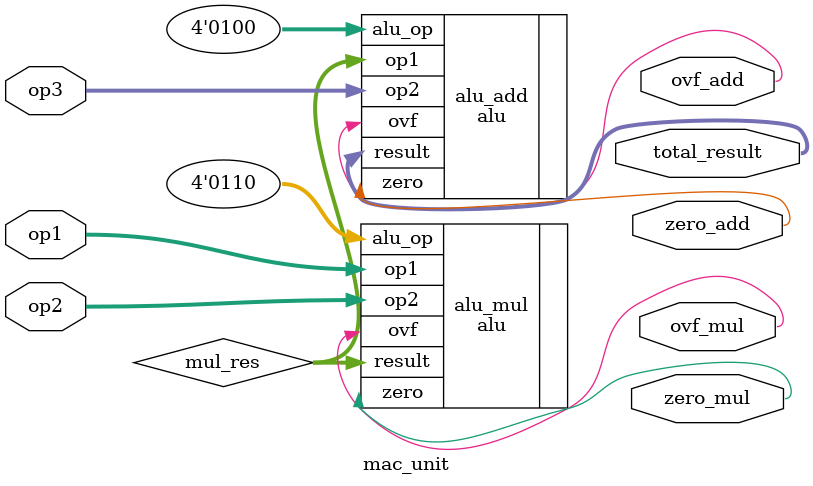
<source format=v>

`include "../ex1/alu.v"


module mac_unit (
    input [31:0] op1,    
    input [31:0] op2,        
    input [31:0] op3,        
    output [31:0] total_result,
    output zero_mul,         
    output zero_add,         
    output ovf_mul,          
    output ovf_add           
);

    wire [31:0] mul_res;

    // ALU 1: Πολλαπλασιασμός (alu_op = 4'b0110)
    alu alu_mul (
        .op1(op1),
        .op2(op2),
        .alu_op(4'b0110),
        .zero(zero_mul),
        .result(mul_res),
        .ovf(ovf_mul)
    );

    // ALU 2: Πρόσθεση (alu_op = 4'b0100)
    alu alu_add (
        .op1(mul_res),
        .op2(op3),
        .alu_op(4'b0100),
        .zero(zero_add),
        .result(total_result),
        .ovf(ovf_add)
    );

endmodule
</source>
